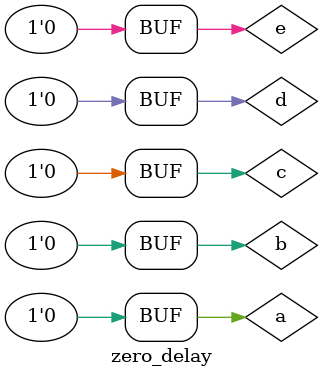
<source format=sv>
module zero_delay;

wire a;

logic b, c, d, e;

// Example of inactive region, consider the differences between the following:

assign #0 a = 0;

initial #0 b = 0;

initial c = #0 0;

initial #0 d <= 0;

initial e <= #0 0;

endmodule

</source>
